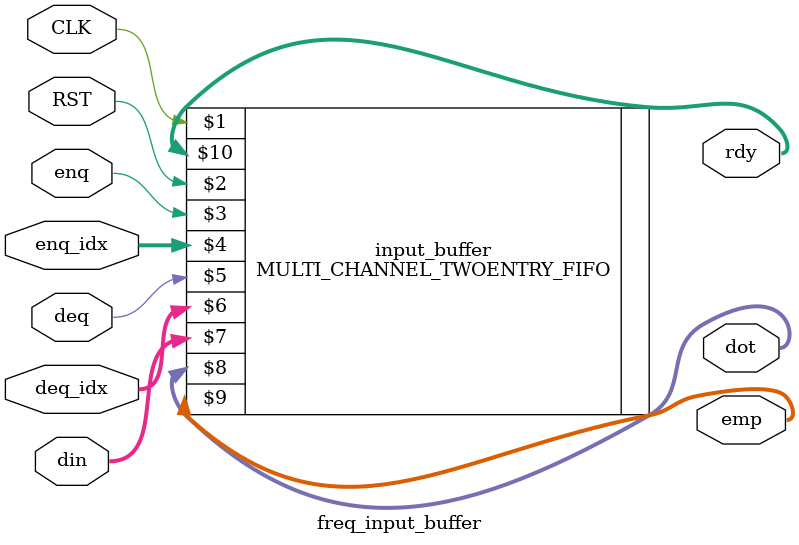
<source format=v>

`default_nettype none

`define W_LOG                  (3)
`define P_LOG                  (4)
`define E_LOG                  (2)
`define USE_IPCORE       ("INTEL")
`define PAYW                  (32)
`define KEYW                  (32)

`define DATW         (`PAYW+`KEYW)
`define C_LOG      (`E_LOG+`W_LOG)
`define FIFO_WIDTH (`DATW<<`P_LOG)

module freq_input_buffer(
                         input  wire                   CLK,
                         input  wire                   RST,
                         input  wire                   enq,
                         input  wire [`C_LOG-1:0]      enq_idx,
                         input  wire                   deq,
                         input  wire [`C_LOG-1:0]      deq_idx,
                         input  wire [`FIFO_WIDTH-1:0] din,
                         output wire [`FIFO_WIDTH-1:0] dot,
                         output wire [(1<<`C_LOG)-1:0] emp,
                         output wire [(1<<`C_LOG)-1:0] rdy
                         );

  MULTI_CHANNEL_TWOENTRY_FIFO #(
                                (`E_LOG+`W_LOG),
                                (`DATW<<`P_LOG),
                                `USE_IPCORE
                                )
  input_buffer(
               CLK,
               RST,
               enq,
               enq_idx,
               deq,
               deq_idx,
               din,
               dot,
               emp,
               rdy
               );

endmodule

`default_nettype wire

</source>
